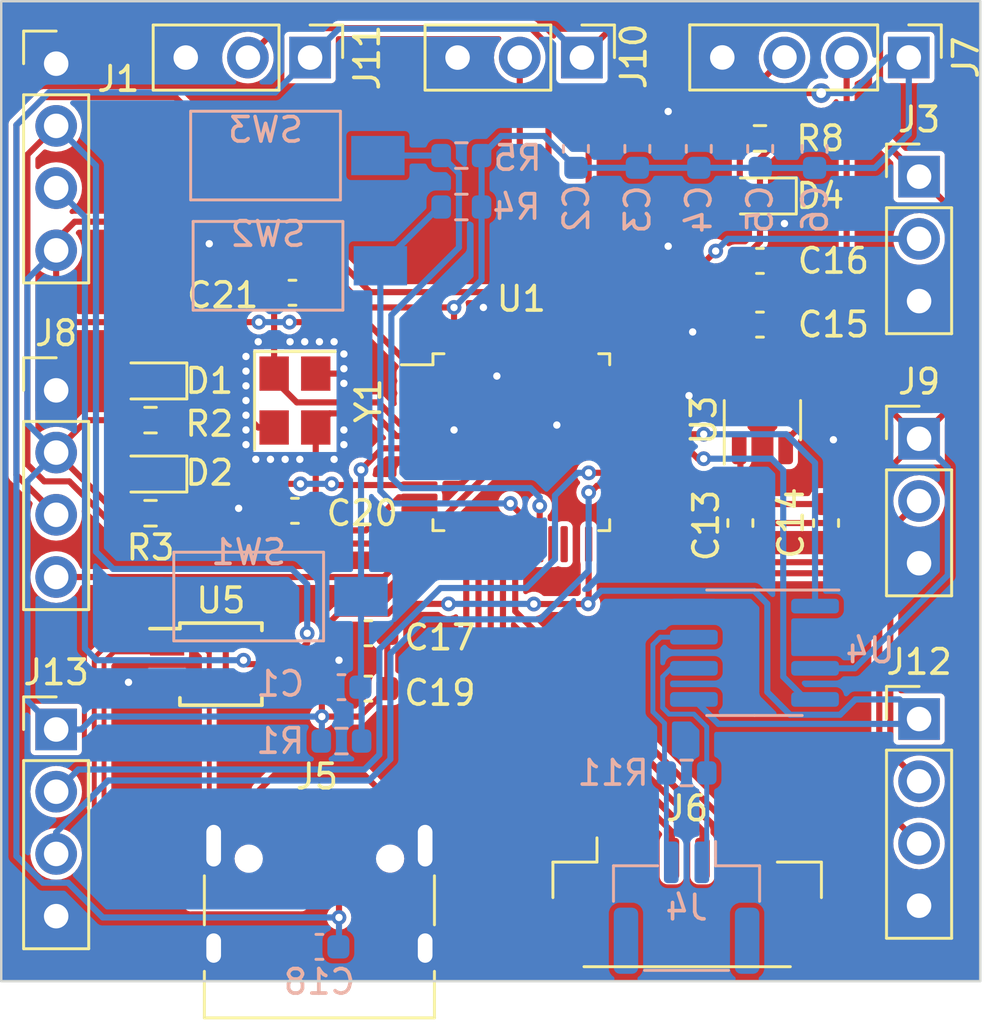
<source format=kicad_pcb>
(kicad_pcb (version 20221018) (generator pcbnew)
  (layers (0 "F.Cu" signal) (31 "B.Cu" signal) (34 "B.Paste" user) (35 "F.Paste" user) (36 "B.SilkS" user "B.Silkscreen") (37 "F.SilkS" user "F.Silkscreen") (38 "B.Mask" user) (39 "F.Mask" user) (44 "Edge.Cuts" user))
  (net 0 "")
  (net 1 "GND")
  (net 2 "/MCU/RESET")
  (net 3 "/MCU/XTAL_I")
  (net 4 "/MCU/XTAL_O")
  (net 5 "Net-(D4-A)")
  (net 6 "/MCU/LED1")
  (net 7 "/MCU/LED2")
  (net 9 "+3V3")
  (net 10 "+5V")
  (net 14 "/MCU/DIO")
  (net 15 "/MCU/CLK")
  (net 30 "Net-(D1-A)")
  (net 31 "Net-(D2-A)")
  (net 32 "/Connector/TXD")
  (net 33 "/Connector/RXD")
  (net 34 "/Connector/TIM1_CH")
  (net 35 "/Connector/-")
  (net 36 "/Connector/+")
  (net 37 "/Connector/DP")
  (net 38 "/Connector/DN")
  (net 39 "/Connector/SPI_CS")
  (net 40 "/Connector/SPI_SCK")
  (net 41 "/Connector/SPI_MISO")
  (net 42 "/Connector/SPI_MOSI")
  (net 43 "/Connector/GPIO0")
  (net 44 "/Connector/I2C1_SCL")
  (net 45 "/Connector/I2C1_SDA")
  (net 46 "/Connector/TIM1_CH2")
  (net 47 "/Connector/TIM2_CH2")
  (net 48 "/Connector/TIM2_CH1")
  (net 49 "/Connector/PB13")
  (net 50 "/Connector/PB12")
  (net 51 "/Connector/PB15")
  (net 52 "/Connector/PB14")
  (net 53 "/MCU/KEY1")
  (net 54 "/MCU/KEY2")
  (net 55 "/Connector/CAN_RX")
  (net 56 "/Connector/CAN_TX")
  (footprint "Connector_PinHeader_2.54mm:PinHeader_1x03_P2.54mm_Vertical" (layer "F.Cu") (at 217.5 79.16)
    (fp_text reference "J3")
    (fp_text value "Conn_01x03" hide)
  )
  (footprint "Connector_PinHeader_2.54mm:PinHeader_1x04_P2.54mm_Vertical" (layer "F.Cu") (at 217.08 74.295 -90)
    (fp_text reference "J7")
    (fp_text value "Conn_01x04" hide)
  )
  (footprint "Capacitor_SMD:C_0603_1608Metric" (layer "F.Cu") (at 195 100.06 180)
    (fp_text reference "C19")
    (fp_text value "100n" hide)
  )
  (footprint "ResistorSMD:R_0603_1608Metric" (layer "F.Cu") (at 211 77.6)
    (fp_text reference "R8")
    (fp_text value "10k" hide)
  )
  (footprint "LED_SMD:LED_0603_1608Metric" (layer "F.Cu") (at 186.1 91.3 180)
    (fp_text reference "D2")
    (fp_text value "LED" hide)
  )
  (footprint "Capacitor_SMD:C_0603_1608Metric" (layer "F.Cu") (at 211 85.2 180)
    (fp_text reference "C15")
    (fp_text value "100n" hide)
  )
  (footprint "LED_SMD:LED_0603_1608Metric" (layer "F.Cu") (at 186.1 87.5 180)
    (fp_text reference "D1")
    (fp_text value "LED" hide)
  )
  (footprint "Capacitor_SMD:C_0603_1608Metric" (layer "F.Cu") (at 213.7 93.3 90)
    (fp_text reference "C14")
    (fp_text value "100n" hide)
  )
  (footprint "Capacitor_SMD:C_0603_1608Metric" (layer "F.Cu") (at 210.2 93.3 90)
    (fp_text reference "C13")
    (fp_text value "2.2u" hide)
  )
  (footprint "Connector_USB:USB_C_Receptacle_HRO_TYPE-C-31-M-12" (layer "F.Cu") (at 193 109.6)
    (fp_text reference "J5")
    (fp_text value "USB_C_Receptacle_USB2.0" hide)
  )
  (footprint "Connector_PinHeader_2.54mm:PinHeader_1x04_P2.54mm_Vertical" (layer "F.Cu") (at 217.5 101.3)
    (fp_text reference "J12")
    (fp_text value "Conn_01x04" hide)
  )
  (footprint "Connector_PinHeader_2.54mm:PinHeader_1x04_P2.54mm_Vertical" (layer "F.Cu") (at 182.245 74.549)
    (fp_text reference "J1")
    (fp_text value "Conn_01x04" hide)
  )
  (footprint "Connector_PinHeader_2.54mm:PinHeader_1x03_P2.54mm_Vertical" (layer "F.Cu") (at 192.619 74.3 -90)
    (fp_text reference "J11")
    (fp_text value "Conn_01x03" hide)
  )
  (footprint "ResistorSMD:R_0603_1608Metric" (layer "F.Cu") (at 186.1 89.1)
    (fp_text reference "R2")
    (fp_text value "1K" hide)
  )
  (footprint "Capacitor_SMD:C_0603_1608Metric" (layer "F.Cu") (at 191.9 83.9)
    (fp_text reference "C21")
    (fp_text value "12p" hide)
  )
  (footprint "Connector_PinHeader_2.54mm:PinHeader_1x04_P2.54mm_Vertical" (layer "F.Cu") (at 182.245 87.884)
    (fp_text reference "J8")
    (fp_text value "Conn_01x04" hide)
  )
  (footprint "Connector_JST:JST_GH_SM06B-GHS-TB_1x06-1MP_P1.25mm_Horizontal" (layer "F.Cu") (at 208.025 108.85)
    (fp_text reference "J6")
    (fp_text value "Conn_01x06" hide)
  )
  (footprint "Connector_PinHeader_2.54mm:PinHeader_1x03_P2.54mm_Vertical" (layer "F.Cu") (at 203.725 74.3 -90)
    (fp_text reference "J10")
    (fp_text value "Conn_01x03" hide)
  )
  (footprint "Connector_PinHeader_2.54mm:PinHeader_1x03_P2.54mm_Vertical" (layer "F.Cu") (at 217.5 89.86)
    (fp_text reference "J9")
    (fp_text value "Conn_01x03" hide)
  )
  (footprint "Connector_PinHeader_2.54mm:PinHeader_1x04_P2.54mm_Vertical" (layer "F.Cu") (at 182.245 101.727)
    (fp_text reference "J13")
    (fp_text value "Conn_01x04" hide)
  )
  (footprint "PackageSOT:SOT-23-5" (layer "F.Cu") (at 211.1 89.1 90)
    (fp_text reference "U3")
    (fp_text value "HX9193-33GB" hide)
  )
  (footprint "Capacitor_SMD:C_0603_1608Metric" (layer "F.Cu") (at 195 97.8)
    (fp_text reference "C17")
    (fp_text value "100n" hide)
  )
  (footprint "Crystal:Crystal_SMD_3225-4Pin_3.2x2.5mm" (layer "F.Cu") (at 192 88.3 -90)
    (fp_text reference "Y1")
    (fp_text value "12M" hide)
  )
  (footprint "Capacitor_SMD:C_0603_1608Metric" (layer "F.Cu") (at 211 82.6 180)
    (fp_text reference "C16")
    (fp_text value "2.2u" hide)
  )
  (footprint "LED_SMD:LED_0603_1608Metric" (layer "F.Cu") (at 211 79.95 180)
    (fp_text reference "D4")
    (fp_text value "RED" hide)
  )
  (footprint "PackageQFP:LQFP-48_7x7mm_P0.5mm" (layer "F.Cu") (at 201.25 90)
    (fp_text reference "U1")
    (fp_text value "STM32F103C8Tx" hide)
  )
  (footprint "Capacitor_SMD:C_0603_1608Metric" (layer "F.Cu") (at 192 92.8)
    (fp_text reference "C20")
    (fp_text value "12p" hide)
  )
  (footprint "ResistorSMD:R_0603_1608Metric" (layer "F.Cu") (at 186.1 92.9)
    (fp_text reference "R3")
    (fp_text value "1K" hide)
  )
  (footprint "Package_SO:MSOP-10_3x3mm_P0.5mm" (layer "F.Cu") (at 188.976 99.06)
    (fp_text reference "U5")
    (fp_text value "CH340E" hide)
  )
  (footprint "Button_Switch_SMD:SW_SPST_FSMSM" (layer "B.Cu") (at 190.11 96.3 180)
    (fp_text reference "SW1")
    (fp_text value " SW" hide)
  )
  (footprint "ResistorSMD:R_0603_1608Metric" (layer "B.Cu") (at 198.8 80.4)
    (fp_text reference "R4")
    (fp_text value "10k" hide)
  )
  (footprint "Button_Switch_SMD:SW_SPST_FSMSM" (layer "B.Cu") (at 190.9 82.8 180)
    (fp_text reference "SW2")
    (fp_text value " SW" hide)
  )
  (footprint "Package_SO:SOIC-8_3.9x4.9mm_P1.27mm" (layer "B.Cu") (at 210.775 98.595 180)
    (fp_text reference "U4")
    (fp_text value "TJA1051T-3" hide)
  )
  (footprint "Capacitor_SMD:C_0603_1608Metric" (layer "B.Cu") (at 211.01 78.025 -90)
    (fp_text reference "C5")
    (fp_text value "100n" hide)
  )
  (footprint "Capacitor_SMD:C_0603_1608Metric" (layer "B.Cu") (at 193.9 100)
    (fp_text reference "C1")
    (fp_text value "100n" hide)
  )
  (footprint "Connector_JST:JST_GH_SM02B-GHS-TB_1x02-1MP_P1.25mm_Horizontal" (layer "B.Cu") (at 208 109 180)
    (fp_text reference "J4")
    (fp_text value "Conn_01x02" hide)
  )
  (footprint "Capacitor_SMD:C_0603_1608Metric" (layer "B.Cu") (at 205.99 78.025 -90)
    (fp_text reference "C3")
    (fp_text value "100n" hide)
  )
  (footprint "Capacitor_SMD:C_0603_1608Metric" (layer "B.Cu") (at 208.5 78.025 -90)
    (fp_text reference "C4")
    (fp_text value "100n" hide)
  )
  (footprint "Capacitor_SMD:C_0603_1608Metric" (layer "B.Cu") (at 193 110.6)
    (fp_text reference "C18")
    (fp_text value "100n" hide)
  )
  (footprint "ResistorSMD:R_0603_1608Metric" (layer "B.Cu") (at 193.9 102.2 180)
    (fp_text reference "R1")
    (fp_text value "10k" hide)
  )
  (footprint "Capacitor_SMD:C_0603_1608Metric" (layer "B.Cu") (at 203.48 78.025 -90)
    (fp_text reference "C2")
    (fp_text value "100n" hide)
  )
  (footprint "ResistorSMD:R_0603_1608Metric" (layer "B.Cu") (at 208 103.5 180)
    (fp_text reference "R11")
    (fp_text value "120" hide)
  )
  (footprint "ResistorSMD:R_0603_1608Metric" (layer "B.Cu") (at 198.8 78.3)
    (fp_text reference "R5")
    (fp_text value "10k" hide)
  )
  (footprint "Capacitor_SMD:C_0603_1608Metric" (layer "B.Cu") (at 213.23 78.03 -90)
    (fp_text reference "C6")
    (fp_text value "100n" hide)
  )
  (footprint "Button_Switch_SMD:SW_SPST_FSMSM" (layer "B.Cu") (at 190.8 78.3 180)
    (fp_text reference "SW3")
    (fp_text value " SW" hide)
  )
  (gr_rect locked (start 180 72) (end 220 112) (stroke (width 0.1)) (fill none) (layer "Edge.Cuts"))
  (segment (start 190.5 89.4) (end 190 88.9) (width 0.25) (layer "F.Cu") (net 1))
  (segment (start 191.15 89.4) (end 190.5 89.4) (width 0.25) (layer "F.Cu") (net 1))
  (segment (start 192.85 87.2) (end 193.8 87.2) (width 0.25) (layer "F.Cu") (net 1))
  (segment (start 193.8 87.2) (end 194 87) (width 0.25) (layer "F.Cu") (net 1))
  (via (at 193.6 90.7) (size 0.6) (drill 0.3) (layers "F.Cu" "B.Cu") (net 1))
  (via (at 208.25 85.5) (size 0.6) (drill 0.3) (layers "F.Cu" "B.Cu") (net 1))
  (via (at 190 88.3) (size 0.6) (drill 0.3) (layers "F.Cu" "B.Cu") (net 1))
  (via (at 194 87) (size 0.6) (drill 0.3) (layers "F.Cu" "B.Cu") (net 1))
  (via (at 199.7 84.5) (size 0.6) (drill 0.3) (layers "F.Cu" "B.Cu") (net 1))
  (via (at 202.7 89.3) (size 0.6) (drill 0.3) (layers "F.Cu" "B.Cu") (net 1))
  (via (at 190 87.7) (size 0.6) (drill 0.3) (layers "F.Cu" "B.Cu") (net 1))
  (via (at 207.25 76.5) (size 0.6) (drill 0.3) (layers "F.Cu" "B.Cu") (net 1))
  (via (at 192.4 85.9) (size 0.6) (drill 0.3) (layers "F.Cu" "B.Cu") (net 1))
  (via (at 190 89.5) (size 0.6) (drill 0.3) (layers "F.Cu" "B.Cu") (net 1))
  (via (at 190 88.9) (size 0.6) (drill 0.3) (layers "F.Cu" "B.Cu") (net 1))
  (via (at 193.6 85.9) (size 0.6) (drill 0.3) (layers "F.Cu" "B.Cu") (net 1))
  (via (at 190.4 90.7) (size 0.6) (drill 0.3) (layers "F.Cu" "B.Cu") (net 1))
  (via (at 192.2 90.7) (size 0.6) (drill 0.3) (layers "F.Cu" "B.Cu") (net 1))
  (via (at 189.7 92.7) (size 0.6) (drill 0.3) (layers "F.Cu" "B.Cu") (net 1))
  (via (at 214 89.9) (size 0.6) (drill 0.3) (layers "F.Cu" "B.Cu") (net 1))
  (via (at 193 85.9) (size 0.6) (drill 0.3) (layers "F.Cu" "B.Cu") (net 1))
  (via (at 190 87.1) (size 0.6) (drill 0.3) (layers "F.Cu" "B.Cu") (net 1))
  (via (at 190.5 85.9) (size 0.6) (drill 0.3) (layers "F.Cu" "B.Cu") (net 1))
  (via (at 212 81.0755) (size 0.6) (drill 0.3) (layers "F.Cu" "B.Cu") (net 1))
  (via (at 198.5 89.5) (size 0.6) (drill 0.3) (layers "F.Cu" "B.Cu") (net 1))
  (via (at 194 90.1) (size 0.6) (drill 0.3) (layers "F.Cu" "B.Cu") (net 1))
  (via (at 191 90.7) (size 0.6) (drill 0.3) (layers "F.Cu" "B.Cu") (net 1))
  (via (at 191.8 85.9) (size 0.6) (drill 0.3) (layers "F.Cu" "B.Cu") (net 1))
  (via (at 193.8 98.9) (size 0.6) (drill 0.3) (layers "F.Cu" "B.Cu") (net 1))
  (via (at 208.1 88.1) (size 0.6) (drill 0.3) (layers "F.Cu" "B.Cu") (net 1))
  (via (at 185.2 99.8) (size 0.6) (drill 0.3) (layers "F.Cu" "B.Cu") (net 1))
  (via (at 191.6 90.7) (size 0.6) (drill 0.3) (layers "F.Cu" "B.Cu") (net 1))
  (via (at 200.25 87.3) (size 0.6) (drill 0.3) (layers "F.Cu" "B.Cu") (net 1))
  (via (at 194 89.5) (size 0.6) (drill 0.3) (layers "F.Cu" "B.Cu") (net 1))
  (via (at 190 86.5) (size 0.6) (drill 0.3) (layers "F.Cu" "B.Cu") (net 1))
  (via (at 207.25 82) (size 0.6) (drill 0.3) (layers "F.Cu" "B.Cu") (net 1))
  (via (at 194 86.4) (size 0.6) (drill 0.3) (layers "F.Cu" "B.Cu") (net 1))
  (via (at 194 87.6) (size 0.6) (drill 0.3) (layers "F.Cu" "B.Cu") (net 1))
  (via (at 190 90.1) (size 0.6) (drill 0.3) (layers "F.Cu" "B.Cu") (net 1))
  (via (at 188.5 81.9) (size 0.6) (drill 0.3) (layers "F.Cu" "B.Cu") (net 1))
  (segment (start 194.7 91.1255) (end 195.5755 90.25) (width 0.25) (layer "F.Cu") (net 2))
  (segment (start 195.5755 90.25) (end 197.0875 90.25) (width 0.25) (layer "F.Cu") (net 2))
  (via (at 194.7 91.1255) (size 0.6) (drill 0.3) (layers "F.Cu" "B.Cu") (net 2))
  (segment (start 194.725 102.2) (end 194.725 100.05) (width 0.25) (layer "B.Cu") (net 2))
  (segment (start 194.7 99.975) (end 194.675 100) (width 0.25) (layer "B.Cu") (net 2))
  (segment (start 194.7 91.1255) (end 194.7 96.3) (width 0.25) (layer "B.Cu") (net 2))
  (segment (start 194.725 100.05) (end 194.675 100) (width 0.25) (layer "B.Cu") (net 2))
  (segment (start 194.7 96.3) (end 194.7 99.975) (width 0.25) (layer "B.Cu") (net 2))
  (segment (start 192.075 88.375) (end 195.409315 88.375) (width 0.25) (layer "F.Cu") (net 3))
  (segment (start 191.15 87.2) (end 191.15 87.45) (width 0.25) (layer "F.Cu") (net 3))
  (segment (start 195.409315 88.375) (end 196.284315 89.25) (width 0.25) (layer "F.Cu") (net 3))
  (segment (start 191.15 87.2) (end 191.15 83.925) (width 0.25) (layer "F.Cu") (net 3))
  (segment (start 191.15 83.925) (end 191.125 83.9) (width 0.25) (layer "F.Cu") (net 3))
  (segment (start 191.15 87.45) (end 192.075 88.375) (width 0.25) (layer "F.Cu") (net 3))
  (segment (start 196.284315 89.25) (end 197.0875 89.25) (width 0.25) (layer "F.Cu") (net 3))
  (segment (start 193.425 88.825) (end 195.222919 88.825) (width 0.25) (layer "F.Cu") (net 4))
  (segment (start 192.85 89.4) (end 192.85 92.525) (width 0.25) (layer "F.Cu") (net 4))
  (segment (start 196.147919 89.75) (end 197.0875 89.75) (width 0.25) (layer "F.Cu") (net 4))
  (segment (start 192.85 89.4) (end 193.425 88.825) (width 0.25) (layer "F.Cu") (net 4))
  (segment (start 195.222919 88.825) (end 196.147919 89.75) (width 0.25) (layer "F.Cu") (net 4))
  (segment (start 192.85 92.525) (end 192.775 92.6) (width 0.25) (layer "F.Cu") (net 4))
  (segment (start 210.175 77.6) (end 210.175 79.9125) (width 0.25) (layer "F.Cu") (net 5))
  (segment (start 210.175 79.9125) (end 210.2125 79.95) (width 0.25) (layer "F.Cu") (net 5))
  (segment (start 192.2255 91.7) (end 188 91.7) (width 0.25) (layer "F.Cu") (net 6))
  (segment (start 187.4 87.5) (end 186.8875 87.5) (width 0.25) (layer "F.Cu") (net 6))
  (segment (start 187.7 87.8) (end 187.4 87.5) (width 0.25) (layer "F.Cu") (net 6))
  (segment (start 187.7 91.4) (end 187.7 87.8) (width 0.25) (layer "F.Cu") (net 6))
  (segment (start 188 91.7) (end 187.7 91.4) (width 0.25) (layer "F.Cu") (net 6))
  (segment (start 193.55 91.75) (end 197.0875 91.75) (width 0.25) (layer "F.Cu") (net 6))
  (segment (start 193.5 91.7) (end 193.55 91.75) (width 0.25) (layer "F.Cu") (net 6))
  (via (at 192.2255 91.7) (size 0.6) (drill 0.3) (layers "F.Cu" "B.Cu") (net 6))
  (via (at 193.5 91.7) (size 0.6) (drill 0.3) (layers "F.Cu" "B.Cu") (net 6))
  (segment (start 192.2255 91.7) (end 193.5 91.7) (width 0.25) (layer "B.Cu") (net 6))
  (segment (start 189.1875 93.6) (end 194.9 93.6) (width 0.25) (layer "F.Cu") (net 7))
  (segment (start 196.25 92.25) (end 197.0875 92.25) (width 0.25) (layer "F.Cu") (net 7))
  (segment (start 194.9 93.6) (end 196.25 92.25) (width 0.25) (layer "F.Cu") (net 7))
  (segment (start 186.8875 91.3) (end 189.1875 93.6) (width 0.25) (layer "F.Cu") (net 7))
  (segment (start 185.275 89.1) (end 183.5 89.1) (width 0.25) (layer "F.Cu") (net 9))
  (segment (start 198.5 85.8375) (end 198.5 84.5) (width 0.25) (layer "F.Cu") (net 9))
  (segment (start 183 81) (end 191.4 81) (width 0.25) (layer "F.Cu") (net 9))
  (segment (start 199.25 88) (end 198.5 87.25) (width 0.25) (layer "F.Cu") (net 9))
  (segment (start 190.5255 85.1) (end 183 85.1) (width 0.25) (layer "F.Cu") (net 9))
  (segment (start 210.15 87.9625) (end 210.15 85.275) (width 0.25) (layer "F.Cu") (net 9))
  (segment (start 198.2755 96.6) (end 196.975 96.6) (width 0.25) (layer "F.Cu") (net 9))
  (segment (start 204 96.576751) (end 204 94.1625) (width 0.25) (layer "F.Cu") (net 9))
  (segment (start 203.970706 96.606045) (end 201.759376 96.606045) (width 0.25) (layer "F.Cu") (net 9))
  (segment (start 196.975 96.6) (end 195.775 97.8) (width 0.25) (layer "F.Cu") (net 9))
  (segment (start 198.65 91.25) (end 199.25 90.65) (width 0.25) (layer "F.Cu") (net 9))
  (segment (start 194.635 101.2) (end 195.775 100.06) (width 0.25) (layer "F.Cu") (net 9))
  (segment (start 211 81.825) (end 210.225 82.6) (width 0.25) (layer "F.Cu") (net 9))
  (segment (start 192.176 99.56) (end 191.176 99.56) (width 0.25) (layer "F.Cu") (net 9))
  (segment (start 191.4 81) (end 194.9 84.5) (width 0.25) (layer "F.Cu") (net 9))
  (segment (start 193.1 101.2) (end 193.1 100.484) (width 0.25) (layer "F.Cu") (net 9))
  (segment (start 184.721 92.9) (end 182.245 90.424) (width 0.25) (layer "F.Cu") (net 9))
  (segment (start 182.245 90.355) (end 182.245 90.424) (width 0.25) (layer "F.Cu") (net 9))
  (segment (start 189.468058 99.56) (end 189.175 99.266942) (width 0.25) (layer "F.Cu") (net 9))
  (segment (start 211.825 77.6) (end 211 78.425) (width 0.25) (layer "F.Cu") (net 9))
  (segment (start 203.976751 96.6) (end 203.970706 96.606045) (width 0.25) (layer "F.Cu") (net 9))
  (segment (start 213.5 75.75) (end 212.5 75.75) (width 0.25) (layer "F.Cu") (net 9))
  (segment (start 212.5 75.75) (end 211.825 76.425) (width 0.25) (layer "F.Cu") (net 9))
  (segment (start 189.175 99.266942) (end 189.175 98.325) (width 0.25) (layer "F.Cu") (net 9))
  (segment (start 203.976751 96.6) (end 204 96.576751) (width 0.25) (layer "F.Cu") (net 9))
  (segment (start 183 85.1) (end 182.245 84.345) (width 0.25) (layer "F.Cu") (net 9))
  (segment (start 182.245 82.169) (end 182.245 81.755) (width 0.25) (layer "F.Cu") (net 9))
  (segment (start 185.275 92.9) (end 184.721 92.9) (width 0.25) (layer "F.Cu") (net 9))
  (segment (start 211 78.425) (end 211 81.825) (width 0.25) (layer "F.Cu") (net 9))
  (segment (start 210.15 85.275) (end 210.225 85.2) (width 0.25) (layer "F.Cu") (net 9))
  (segment (start 189.175 98.325) (end 189.44 98.06) (width 0.25) (layer "F.Cu") (net 9))
  (segment (start 197.0875 91.25) (end 198.65 91.25) (width 0.25) (layer "F.Cu") (net 9))
  (segment (start 198.5 87.25) (end 197.0875 87.25) (width 0.25) (layer "F.Cu") (net 9))
  (segment (start 211.825 76.425) (end 211.825 77.6) (width 0.25) (layer "F.Cu") (net 9))
  (segment (start 193.1 101.2) (end 194.635 101.2) (width 0.25) (layer "F.Cu") (net 9))
  (segment (start 197.0875 87.25) (end 194.9375 85.1) (width 0.25) (layer "F.Cu") (net 9))
  (segment (start 194.9 84.5) (end 198.5 84.5) (width 0.25) (layer "F.Cu") (net 9))
  (segment (start 195.775 97.8) (end 195.775 100.06) (width 0.25) (layer "F.Cu") (net 9))
  (segment (start 199.25 90.65) (end 199.25 88) (width 0.25) (layer "F.Cu") (net 9))
  (segment (start 205.4125 87.25) (end 208.25 87.25) (width 0.25) (layer "F.Cu") (net 9))
  (segment (start 183.5 89.1) (end 182.245 90.355) (width 0.25) (layer "F.Cu") (net 9))
  (segment (start 191.176 99.56) (end 189.468058 99.56) (width 0.25) (layer "F.Cu") (net 9))
  (segment (start 193.1 100.484) (end 192.176 99.56) (width 0.25) (layer "F.Cu") (net 9))
  (segment (start 209.8125 88.3) (end 210.15 87.9625) (width 0.25) (layer "F.Cu") (net 9))
  (segment (start 182.245 81.755) (end 183 81) (width 0.25) (layer "F.Cu") (net 9))
  (segment (start 189.44 98.06) (end 191.176 98.06) (width 0.25) (layer "F.Cu") (net 9))
  (segment (start 208.25 87.25) (end 209.3 88.3) (width 0.25) (layer "F.Cu") (net 9))
  (segment (start 210.225 82.6) (end 210.225 85.2) (width 0.25) (layer "F.Cu") (net 9))
  (segment (start 209.3 88.3) (end 209.8125 88.3) (width 0.25) (layer "F.Cu") (net 9))
  (segment (start 194.9375 85.1) (end 191.7745 85.1) (width 0.25) (layer "F.Cu") (net 9))
  (segment (start 182.245 84.345) (end 182.245 82.169) (width 0.25) (layer "F.Cu") (net 9))
  (via (at 213.5 75.75) (size 0.8) (drill 0.4) (layers "F.Cu" "B.Cu") (net 9))
  (via (at 201.759376 96.606045) (size 0.6) (drill 0.3) (layers "F.Cu" "B.Cu") (net 9))
  (via (at 191.7745 85.1) (size 0.6) (drill 0.3) (layers "F.Cu" "B.Cu") (net 9))
  (via (at 193.1 101.2) (size 0.6) (drill 0.3) (layers "F.Cu" "B.Cu") (net 9))
  (via (at 190.5255 85.1) (size 0.6) (drill 0.3) (layers "F.Cu" "B.Cu") (net 9))
  (via (at 198.5 84.5) (size 0.6) (drill 0.3) (layers "F.Cu" "B.Cu") (net 9))
  (via (at 198.2755 96.6) (size 0.6) (drill 0.3) (layers "F.Cu" "B.Cu") (net 9))
  (via (at 203.976751 96.6) (size 0.6) (drill 0.3) (layers "F.Cu" "B.Cu") (net 9))
  (segment (start 193.1 101.2) (end 193.1 102.175) (width 0.25) (layer "B.Cu") (net 9))
  (segment (start 193.1 101.2) (end 183.8 101.2) (width 0.25) (layer "B.Cu") (net 9))
  (segment (start 213.23 78.805) (end 215.695 78.805) (width 0.25) (layer "B.Cu") (net 9))
  (segment (start 209.3 101.5) (end 217.3 101.5) (width 0.25) (layer "B.Cu") (net 9))
  (segment (start 214.271751 101.125) (end 214.896751 100.5) (width 0.25) (layer "B.Cu") (net 9))
  (segment (start 203.48 78.8) (end 205.99 78.8) (width 0.25) (layer "B.Cu") (net 9))
  (segment (start 202.18 77.5) (end 200.425 77.5) (width 0.25) (layer "B.Cu") (net 9))
  (segment (start 213.23 78.805) (end 211.015 78.805) (width 0.25) (layer "B.Cu") (net 9))
  (segment (start 213.5 75.75) (end 214.746701 75.75) (width 0.25) (layer "B.Cu") (net 9))
  (segment (start 215.695 78.805) (end 217.08 77.42) (width 0.25) (layer "B.Cu") (net 9))
  (segment (start 216.7 100.5) (end 217.5 101.3) (width 0.25) (layer "B.Cu") (net 9))
  (segment (start 181.07 83.344) (end 181.07 89.249) (width 0.25) (layer "B.Cu") (net 9))
  (segment (start 214.896751 100.5) (end 216.7 100.5) (width 0.25) (layer "B.Cu") (net 9))
  (segment (start 211.015 78.805) (end 211.01 78.8) (width 0.25) (layer "B.Cu") (net 9))
  (segment (start 208.5 78.8) (end 211.01 78.8) (width 0.25) (layer "B.Cu") (net 9))
  (segment (start 217.3 101.5) (end 217.5 101.3) (width 0.25) (layer "B.Cu") (net 9))
  (segment (start 200.425 77.5) (end 199.625 78.3) (width 0.25) (layer "B.Cu") (net 9))
  (segment (start 203.976751 96.6) (end 204.511751 96.065) (width 0.25) (layer "B.Cu") (net 9))
  (segment (start 181.07 89.249) (end 182.245 90.424) (width 0.25) (layer "B.Cu") (net 9))
  (segment (start 201.759376 96.606045) (end 201.753331 96.6) (width 0.25) (layer "B.Cu") (net 9))
  (segment (start 211.3 96.6) (end 211.3 100.196751) (width 0.25) (layer "B.Cu") (net 9))
  (segment (start 217.08 77.42) (end 217.08 74.295) (width 0.25) (layer "B.Cu") (net 9))
  (segment (start 193.1 102.175) (end 193.075 102.2) (width 0.25) (layer "B.Cu") (net 9))
  (segment (start 201.753331 96.6) (end 198.2755 96.6) (width 0.25) (layer "B.Cu") (net 9))
  (segment (start 216.201701 74.295) (end 217.08 74.295) (width 0.25) (layer "B.Cu") (net 9))
  (segment (start 198.5 84.5) (end 199.625 83.375) (width 0.25) (layer "B.Cu") (net 9))
  (segment (start 203.48 78.8) (end 202.18 77.5) (width 0.25) (layer "B.Cu") (net 9))
  (segment (start 181.07 100.552) (end 181.07 91.599) (width 0.25) (layer "B.Cu") (net 9))
  (segment (start 211.3 100.196751) (end 212.228249 101.125) (width 0.25) (layer "B.Cu") (net 9))
  (segment (start 210.765 96.065) (end 211.3 96.6) (width 0.25) (layer "B.Cu") (net 9))
  (segment (start 191.7745 85.1) (end 190.5255 85.1) (width 0.25) (layer "B.Cu") (net 9))
  (segment (start 182.245 101.727) (end 181.07 100.552) (width 0.25) (layer "B.Cu") (net 9))
  (segment (start 205.99 78.8) (end 208.5 78.8) (width 0.25) (layer "B.Cu") (net 9))
  (segment (start 214.746701 75.75) (end 216.201701 74.295) (width 0.25) (layer "B.Cu") (net 9))
  (segment (start 182.245 82.169) (end 181.07 83.344) (width 0.25) (layer "B.Cu") (net 9))
  (segment (start 199.625 78.3) (end 199.625 80.4) (width 0.25) (layer "B.Cu") (net 9))
  (segment (start 199.625 83.375) (end 199.625 80.4) (width 0.25) (layer "B.Cu") (net 9))
  (segment (start 182.245 101.727) (end 183.273 101.727) (width 0.25) (layer "B.Cu") (net 9))
  (segment (start 204.511751 96.065) (end 210.765 96.065) (width 0.25) (layer "B.Cu") (net 9))
  (segment (start 212.228249 101.125) (end 214.271751 101.125) (width 0.25) (layer "B.Cu") (net 9))
  (segment (start 183.273 101.727) (end 183.8 101.2) (width 0.25) (layer "B.Cu") (net 9))
  (segment (start 208.3 100.5) (end 209.3 101.5) (width 0.25) (layer "B.Cu") (net 9))
  (segment (start 181.07 91.599) (end 182.245 90.424) (width 0.25) (layer "B.Cu") (net 9))
  (segment (start 204.905 73.12) (end 215.026701 73.12) (width 0.25) (layer "F.Cu") (net 10))
  (segment (start 210.2 92.525) (end 210.2 90.2875) (width 0.25) (layer "F.Cu") (net 10))
  (segment (start 195.45 104.2) (end 195.45 105.555) (width 0.25) (layer "F.Cu") (net 10))
  (segment (start 212.05 90.2375) (end 212.05 89.95) (width 0.25) (layer "F.Cu") (net 10))
  (segment (start 214.835 92.525) (end 217.5 89.86) (width 0.25) (layer "F.Cu") (net 10))
  (segment (start 213.3 88.7) (end 216.34 88.7) (width 0.25) (layer "F.Cu") (net 10))
  (segment (start 218.675 88.685) (end 217.5 89.86) (width 0.25) (layer "F.Cu") (net 10))
  (segment (start 190.55 105.555) (end 190.55 104.2) (width 0.25) (layer "F.Cu") (net 10))
  (segment (start 213.7 92.525) (end 214.835 92.525) (width 0.25) (layer "F.Cu") (net 10))
  (segment (start 212.05 89.95) (end 213.3 88.7) (width 0.25) (layer "F.Cu") (net 10))
  (segment (start 215.026701 73.12) (end 215.905 73.998299) (width 0.25) (layer "F.Cu") (net 10))
  (segment (start 218.675 80.335) (end 218.675 88.685) (width 0.25) (layer "F.Cu") (net 10))
  (segment (start 193.8 108.100051) (end 195.45 106.450051) (width 0.25) (layer "F.Cu") (net 10))
  (segment (start 215.905 77.565) (end 217.5 79.16) (width 0.25) (layer "F.Cu") (net 10))
  (segment (start 194.85 103.6) (end 195.45 104.2) (width 0.25) (layer "F.Cu") (net 10))
  (segment (start 215.905 73.998299) (end 215.905 77.565) (width 0.25) (layer "F.Cu") (net 10))
  (segment (start 216.34 88.7) (end 217.5 89.86) (width 0.25) (layer "F.Cu") (net 10))
  (segment (start 210.2 92.525) (end 213.7 92.525) (width 0.25) (layer "F.Cu") (net 10))
  (segment (start 193.8 109.4) (end 193.8 108.100051) (width 0.25) (layer "F.Cu") (net 10))
  (segment (start 203.725 74.3) (end 204.905 73.12) (width 0.25) (layer "F.Cu") (net 10))
  (segment (start 190.55 104.2) (end 191.15 103.6) (width 0.25) (layer "F.Cu") (net 10))
  (segment (start 217.5 79.16) (end 218.675 80.335) (width 0.25) (layer "F.Cu") (net 10))
  (segment (start 191.15 103.6) (end 194.85 103.6) (width 0.25) (layer "F.Cu") (net 10))
  (segment (start 195.45 106.450051) (end 195.45 105.555) (width 0.25) (layer "F.Cu") (net 10))
  (via (at 193.8 109.4) (size 0.6) (drill 0.3) (layers "F.Cu" "B.Cu") (net 10))
  (segment (start 218.675 91.035) (end 217.5 89.86) (width 0.25) (layer "B.Cu") (net 10))
  (segment (start 202.55 73.125) (end 203.725 74.3) (width 0.25) (layer "B.Cu") (net 10))
  (segment (start 181.948299 75.724) (end 180.62 77.052299) (width 0.25) (layer "B.Cu") (net 10))
  (segment (start 214.871701 99.23) (end 218.675 95.426701) (width 0.25) (layer "B.Cu") (net 10))
  (segment (start 180.62 77.052299) (end 180.62 106.895) (width 0.25) (layer "B.Cu") (net 10))
  (segment (start 191.195 75.724) (end 181.948299 75.724) (width 0.25) (layer "B.Cu") (net 10))
  (segment (start 218.675 95.426701) (end 218.675 91.035) (width 0.25) (layer "B.Cu") (net 10))
  (segment (start 181.707 107.982) (end 182.732 107.982) (width 0.25) (layer "B.Cu") (net 10))
  (segment (start 182.732 107.982) (end 184.15 109.4) (width 0.25) (layer "B.Cu") (net 10))
  (segment (start 180.62 106.895) (end 181.707 107.982) (width 0.25) (layer "B.Cu") (net 10))
  (segment (start 193.8 109.4) (end 193.8 110.575) (width 0.25) (layer "B.Cu") (net 10))
  (segment (start 192.619 74.3) (end 193.794 73.125) (width 0.25) (layer "B.Cu") (net 10))
  (segment (start 192.619 74.3) (end 191.195 75.724) (width 0.25) (layer "B.Cu") (net 10))
  (segment (start 213.25 99.23) (end 214.871701 99.23) (width 0.25) (layer "B.Cu") (net 10))
  (segment (start 184.15 109.4) (end 193.8 109.4) (width 0.25) (layer "B.Cu") (net 10))
  (segment (start 193.8 110.575) (end 193.775 110.6) (width 0.25) (layer "B.Cu") (net 10))
  (segment (start 193.794 73.125) (end 202.55 73.125) (width 0.25) (layer "B.Cu") (net 10))
  (segment (start 208.013604 88.95) (end 212.396751 88.95) (width 0.25) (layer "F.Cu") (net 14))
  (segment (start 207.313604 88.25) (end 208.013604 88.95) (width 0.25) (layer "F.Cu") (net 14))
  (segment (start 212.396751 88.95) (end 214.54 86.806751) (width 0.25) (layer "F.Cu") (net 14))
  (segment (start 214.54 86.806751) (end 214.54 74.295) (width 0.25) (layer "F.Cu") (net 14))
  (segment (start 205.4125 88.25) (end 207.313604 88.25) (width 0.25) (layer "F.Cu") (net 14))
  (segment (start 204 76.1) (end 204 85.8375) (width 0.25) (layer "F.Cu") (net 15))
  (segment (start 204.6 75.5) (end 204 76.1) (width 0.25) (layer "F.Cu") (net 15))
  (segment (start 210.795 75.5) (end 204.6 75.5) (width 0.25) (layer "F.Cu") (net 15))
  (segment (start 212 74.295) (end 210.795 75.5) (width 0.25) (layer "F.Cu") (net 15))
  (segment (start 185.3125 87.5) (end 185.325 87.5) (width 0.25) (layer "F.Cu") (net 30))
  (segment (start 185.325 87.5) (end 186.925 89.1) (width 0.25) (layer "F.Cu") (net 30))
  (segment (start 185.3125 91.3) (end 185.325 91.3) (width 0.25) (layer "F.Cu") (net 31))
  (segment (start 185.325 91.3) (end 186.925 92.9) (width 0.25) (layer "F.Cu") (net 31))
  (segment (start 195.6985 94.139) (end 185.296538 94.139) (width 0.25) (layer "F.Cu") (net 32))
  (segment (start 182.783604 91.599) (end 181.758299 91.599) (width 0.25) (layer "F.Cu") (net 32))
  (segment (start 181.07 78.264) (end 182.245 77.089) (width 0.25) (layer "F.Cu") (net 32))
  (segment (start 184.534604 93.35) (end 182.783604 91.599) (width 0.25) (layer "F.Cu") (net 32))
  (segment (start 181.07 90.910701) (end 181.07 78.264) (width 0.25) (layer "F.Cu") (net 32))
  (segment (start 185.296538 94.139) (end 184.534604 93.377066) (width 0.25) (layer "F.Cu") (net 32))
  (segment (start 184.534604 93.377066) (end 184.534604 93.35) (width 0.25) (layer "F.Cu") (net 32))
  (segment (start 197.0875 92.75) (end 195.6985 94.139) (width 0.25) (layer "F.Cu") (net 32))
  (segment (start 181.758299 91.599) (end 181.07 90.910701) (width 0.25) (layer "F.Cu") (net 32))
  (segment (start 192.5 97.8) (end 192.5 98.2) (width 0.25) (layer "F.Cu") (net 32))
  (segment (start 192.14 98.56) (end 191.176 98.56) (width 0.25) (layer "F.Cu") (net 32))
  (segment (start 192.5 98.2) (end 192.14 98.56) (width 0.25) (layer "F.Cu") (net 32))
  (via (at 192.5 97.8) (size 0.6) (drill 0.3) (layers "F.Cu" "B.Cu") (net 32))
  (segment (start 183.87 78.714) (end 182.245 77.089) (width 0.25) (layer "B.Cu") (net 32))
  (segment (start 192.5 97.8) (end 192.5 95.8) (width 0.25) (layer "B.Cu") (net 32))
  (segment (start 184.575 95.175) (end 183.87 94.47) (width 0.25) (layer "B.Cu") (net 32))
  (segment (start 191.875 95.175) (end 184.575 95.175) (width 0.25) (layer "B.Cu") (net 32))
  (segment (start 192.5 95.8) (end 191.875 95.175) (width 0.25) (layer "B.Cu") (net 32))
  (segment (start 183.87 94.47) (end 183.87 78.714) (width 0.25) (layer "B.Cu") (net 32))
  (segment (start 189.9 98.9) (end 190.06 99.06) (width 0.25) (layer "F.Cu") (net 33))
  (segment (start 192.44 99.06) (end 193.45 98.05) (width 0.25) (layer "F.Cu") (net 33))
  (segment (start 193.45 98.05) (end 193.45 97.322183) (width 0.25) (layer "F.Cu") (net 33))
  (segment (start 193.45 97.322183) (end 193.772183 97) (width 0.25) (layer "F.Cu") (net 33))
  (segment (start 198.5 94.3) (end 198.5 94.1625) (width 0.25) (layer "F.Cu") (net 33))
  (segment (start 193.772183 97) (end 195.8 97) (width 0.25) (layer "F.Cu") (net 33))
  (segment (start 195.8 97) (end 198.5 94.3) (width 0.25) (layer "F.Cu") (net 33))
  (segment (start 191.176 99.06) (end 192.44 99.06) (width 0.25) (layer "F.Cu") (net 33))
  (segment (start 190.06 99.06) (end 191.176 99.06) (width 0.25) (layer "F.Cu") (net 33))
  (via (at 189.9 98.9) (size 0.6) (drill 0.3) (layers "F.Cu" "B.Cu") (net 33))
  (segment (start 183.42 98.42) (end 183.42 80.804) (width 0.25) (layer "B.Cu") (net 33))
  (segment (start 183.9 98.9) (end 183.42 98.42) (width 0.25) (layer "B.Cu") (net 33))
  (segment (start 189.9 98.9) (end 183.9 98.9) (width 0.25) (layer "B.Cu") (net 33))
  (segment (start 183.42 80.804) (end 182.245 79.629) (width 0.25) (layer "B.Cu") (net 33))
  (segment (start 209.189621 82.198054) (end 208.02836 83.359315) (width 0.25) (layer "F.Cu") (net 34))
  (segment (start 204.35 90.490685) (end 204.609315 90.75) (width 0.25) (layer "F.Cu") (net 34))
  (segment (start 208 83.359315) (end 204.35 87.009315) (width 0.25) (layer "F.Cu") (net 34))
  (segment (start 204.609315 90.75) (end 205.4125 90.75) (width 0.25) (layer "F.Cu") (net 34))
  (segment (start 204.35 87.009315) (end 204.35 90.490685) (width 0.25) (layer "F.Cu") (net 34))
  (segment (start 208.02836 83.359315) (end 208 83.359315) (width 0.25) (layer "F.Cu") (net 34))
  (via (at 209.189621 82.198054) (size 0.6) (drill 0.3) (layers "F.Cu" "B.Cu") (net 34))
  (segment (start 209.687675 81.7) (end 217.5 81.7) (width 0.25) (layer "B.Cu") (net 34))
  (segment (start 209.189621 82.198054) (end 209.687675 81.7) (width 0.25) (layer "B.Cu") (net 34))
  (segment (start 208.825 103.5) (end 208.825 106.95) (width 0.2) (layer "B.Cu") (net 35))
  (segment (start 207.025 99.575) (end 207.025 100.836396) (width 0.2) (layer "B.Cu") (net 35))
  (segment (start 207.288604 101.1) (end 208.29896 101.1) (width 0.2) (layer "B.Cu") (net 35))
  (segment (start 208.29896 101.1) (end 208.825 101.62604) (width 0.2) (layer "B.Cu") (net 35))
  (segment (start 207.025 100.836396) (end 207.288604 101.1) (width 0.2) (layer "B.Cu") (net 35))
  (segment (start 208.825 106.95) (end 208.625 107.15) (width 0.2) (layer "B.Cu") (net 35))
  (segment (start 208.3 99.23) (end 207.37 99.23) (width 0.2) (layer "B.Cu") (net 35))
  (segment (start 208.825 101.62604) (end 208.825 103.5) (width 0.2) (layer "B.Cu") (net 35))
  (segment (start 207.37 99.23) (end 207.025 99.575) (width 0.2) (layer "B.Cu") (net 35))
  (segment (start 207.1 101.477081) (end 207.1 103.425) (width 0.2) (layer "B.Cu") (net 36))
  (segment (start 208.3 97.96) (end 206.94 97.96) (width 0.2) (layer "B.Cu") (net 36))
  (segment (start 206.625 101.002081) (end 207.1 101.477081) (width 0.2) (layer "B.Cu") (net 36))
  (segment (start 207.1 103.425) (end 207.175 103.5) (width 0.2) (layer "B.Cu") (net 36))
  (segment (start 207.175 103.5) (end 207.175 106.95) (width 0.2) (layer "B.Cu") (net 36))
  (segment (start 206.625 98.275) (end 206.625 101.002081) (width 0.2) (layer "B.Cu") (net 36))
  (segment (start 207.175 106.95) (end 207.375 107.15) (width 0.2) (layer "B.Cu") (net 36))
  (segment (start 206.94 97.96) (end 206.625 98.275) (width 0.2) (layer "B.Cu") (net 36))
  (segment (start 192.25 108.85) (end 193.75 107.35) (width 0.2) (layer "F.Cu") (net 37))
  (segment (start 183.8 98.8) (end 183.8 104.9) (width 0.2) (layer "F.Cu") (net 37))
  (segment (start 188.5 104.6) (end 187.75 105.35) (width 0.2) (layer "F.Cu") (net 37))
  (segment (start 188.5 98.6) (end 188.5 104.6) (width 0.2) (layer "F.Cu") (net 37))
  (segment (start 188.081372 108.05) (end 191.918628 108.05) (width 0.2) (layer "F.Cu") (net 37))
  (segment (start 187.75 105.35) (end 187.75 107.718628) (width 0.2) (layer "F.Cu") (net 37))
  (segment (start 183.8 104.9) (end 187.75 108.85) (width 0.2) (layer "F.Cu") (net 37))
  (segment (start 186.776 98.06) (end 184.54 98.06) (width 0.2) (layer "F.Cu") (net 37))
  (segment (start 187.75 108.85) (end 192.25 108.85) (width 0.2) (layer "F.Cu") (net 37))
  (segment (start 186.776 98.06) (end 187.96 98.06) (width 0.2) (layer "F.Cu") (net 37))
  (segment (start 187.75 107.718628) (end 188.081372 108.05) (width 0.2) (layer "F.Cu") (net 37))
  (segment (start 193.75 107.35) (end 193.75 105.555) (width 0.2) (layer "F.Cu") (net 37))
  (segment (start 187.96 98.06) (end 188.5 98.6) (width 0.2) (layer "F.Cu") (net 37))
  (segment (start 184.54 98.06) (end 183.8 98.8) (width 0.2) (layer "F.Cu") (net 37))
  (segment (start 192.75 107.218628) (end 192.75 105.555) (width 0.2) (layer "F.Cu") (net 37))
  (segment (start 191.918628 108.05) (end 192.75 107.218628) (width 0.2) (layer "F.Cu") (net 37))
  (segment (start 192.25 105.555) (end 192.25 104.58) (width 0.2) (layer "F.Cu") (net 38))
  (segment (start 184.2 98.965686) (end 184.605686 98.56) (width 0.2) (layer "F.Cu") (net 38))
  (segment (start 193.25 105.555) (end 193.25 107.284314) (width 0.2) (layer "F.Cu") (net 38))
  (segment (start 193.25 107.284314) (end 192.084314 108.45) (width 0.2) (layer "F.Cu") (net 38))
  (segment (start 192.43 104.4) (end 193.1 104.4) (width 0.2) (layer "F.Cu") (net 38))
  (segment (start 184.605686 98.56) (end 186.776 98.56) (width 0.2) (layer "F.Cu") (net 38))
  (segment (start 187.915686 108.45) (end 184.2 104.734314) (width 0.2) (layer "F.Cu") (net 38))
  (segment (start 193.25 104.55) (end 193.25 105.555) (width 0.2) (layer "F.Cu") (net 38))
  (segment (start 184.2 104.734314) (end 184.2 98.965686) (width 0.2) (layer "F.Cu") (net 38))
  (segment (start 192.25 104.58) (end 192.43 104.4) (width 0.2) (layer "F.Cu") (net 38))
  (segment (start 192.084314 108.45) (end 187.915686 108.45) (width 0.2) (layer "F.Cu") (net 38))
  (segment (start 193.1 104.4) (end 193.25 104.55) (width 0.2) (layer "F.Cu") (net 38))
  (segment (start 199 100.1) (end 204.9 106) (width 0.25) (layer "F.Cu") (net 39))
  (segment (start 204.9 106) (end 204.9 107) (width 0.25) (layer "F.Cu") (net 39))
  (segment (start 199 94.1625) (end 199 100.1) (width 0.25) (layer "F.Cu") (net 39))
  (segment (start 199.5 94.1625) (end 199.5 99.3) (width 0.25) (layer "F.Cu") (net 40))
  (segment (start 206.15 105.95) (end 206.15 107) (width 0.25) (layer "F.Cu") (net 40))
  (segment (start 199.5 99.3) (end 206.15 105.95) (width 0.25) (layer "F.Cu") (net 40))
  (segment (start 200 98.5) (end 200 94.1625) (width 0.25) (layer "F.Cu") (net 41))
  (segment (start 207.4 107) (end 207.4 105.9) (width 0.25) (layer "F.Cu") (net 41))
  (segment (start 207.4 105.9) (end 200 98.5) (width 0.25) (layer "F.Cu") (net 41))
  (segment (start 208.65 105.85) (end 208.65 107) (width 0.25) (layer "F.Cu") (net 42))
  (segment (start 200.5 94.1625) (end 200.5 97.7) (width 0.25) (layer "F.Cu") (net 42))
  (segment (start 200.5 97.7) (end 208.65 105.85) (width 0.25) (layer "F.Cu") (net 42))
  (segment (start 201 94.1625) (end 201 96.9) (width 0.25) (layer "F.Cu") (net 43))
  (segment (start 209.9 105.8) (end 209.9 107) (width 0.25) (layer "F.Cu") (net 43))
  (segment (start 201 96.9) (end 209.9 105.8) (width 0.25) (layer "F.Cu") (net 43))
  (segment (start 181.758299 75.914) (end 180.62 77.052299) (width 0.25) (layer "F.Cu") (net 44))
  (segment (start 187.114 75.914) (end 181.758299 75.914) (width 0.25) (layer "F.Cu") (net 44))
  (segment (start 201.5 85.034315) (end 200.340685 83.875) (width 0.25) (layer "F.Cu") (net 44))
  (segment (start 180.62 77.052299) (end 180.62 91.339) (width 0.25) (layer "F.Cu") (net 44))
  (segment (start 201.5 85.8375) (end 201.5 85.034315) (width 0.25) (layer "F.Cu") (net 44))
  (segment (start 200.340685 83.875) (end 195.075 83.875) (width 0.25) (layer "F.Cu") (net 44))
  (segment (start 180.62 91.339) (end 182.245 92.964) (width 0.25) (layer "F.Cu") (net 44))
  (segment (start 195.075 83.875) (end 187.114 75.914) (width 0.25) (layer "F.Cu") (net 44))
  (segment (start 201 90.140685) (end 195.636685 95.504) (width 0.25) (layer "F.Cu") (net 45))
  (segment (start 201 85.8375) (end 201 90.140685) (width 0.25) (layer "F.Cu") (net 45))
  (segment (start 195.636685 95.504) (end 182.245 95.504) (width 0.25) (layer "F.Cu") (net 45))
  (segment (start 206.65 90.25) (end 209.7 93.3) (width 0.25) (layer "F.Cu") (net 46))
  (segment (start 209.7 93.3) (end 216.6 93.3) (width 0.25) (layer "F.Cu") (net 46))
  (segment (start 205.4125 90.25) (end 206.65 90.25) (width 0.25) (layer "F.Cu") (net 46))
  (segment (start 216.6 93.3) (end 217.5 92.4) (width 0.25) (layer "F.Cu") (net 46))
  (segment (start 201.185 74.3) (end 201.185 78.685) (width 0.25) (layer "F.Cu") (net 47))
  (segment (start 201.185 78.685) (end 203 80.5) (width 0.25) (layer "F.Cu") (net 47))
  (segment (start 203 80.5) (end 203 85.8375) (width 0.25) (layer "F.Cu") (net 47))
  (segment (start 203.5 80.363604) (end 202.36 79.223604) (width 0.25) (layer "F.Cu") (net 48))
  (segment (start 203.5 85.8375) (end 203.5 80.363604) (width 0.25) (layer "F.Cu") (net 48))
  (segment (start 202.36 79.223604) (end 202.36 73.813299) (width 0.25) (layer "F.Cu") (net 48))
  (segment (start 202.36 73.813299) (end 201.646701 73.1) (width 0.25) (layer "F.Cu") (net 48))
  (segment (start 201.646701 73.1) (end 191.279 73.1) (width 0.25) (layer "F.Cu") (net 48))
  (segment (start 191.279 73.1) (end 190.079 74.3) (width 0.25) (layer "F.Cu") (net 48))
  (segment (start 205.4125 92.25) (end 208.013604 92.25) (width 0.25) (layer "F.Cu") (net 49))
  (segment (start 216.325 95.525001) (end 216.325 102.665) (width 0.25) (layer "F.Cu") (net 49))
  (segment (start 208.013604 92.25) (end 209.4 93.636396) (width 0.25) (layer "F.Cu") (net 49))
  (segment (start 216.325 102.665) (end 217.5 103.84) (width 0.25) (layer "F.Cu") (net 49))
  (segment (start 215.699999 94.9) (end 216.325 95.525001) (width 0.25) (layer "F.Cu") (net 49))
  (segment (start 209.4 93.636396) (end 209.4 94.527817) (width 0.25) (layer "F.Cu") (net 49))
  (segment (start 209.772183 94.9) (end 215.699999 94.9) (width 0.25) (layer "F.Cu") (net 49))
  (segment (start 209.4 94.527817) (end 209.772183 94.9) (width 0.25) (layer "F.Cu") (net 49))
  (segment (start 215.513603 95.35) (end 215.875 95.711397) (width 0.25) (layer "F.Cu") (net 50))
  (segment (start 205.4125 92.75) (end 207.877208 92.75) (width 0.25) (layer "F.Cu") (net 50))
  (segment (start 215.875 95.711397) (end 215.875 104.755) (width 0.25) (layer "F.Cu") (net 50))
  (segment (start 208.95 93.822792) (end 208.95 94.714213) (width 0.25) (layer "F.Cu") (net 50))
  (segment (start 209.585787 95.35) (end 215.513603 95.35) (width 0.25) (layer "F.Cu") (net 50))
  (segment (start 207.877208 92.75) (end 208.95 93.822792) (width 0.25) (layer "F.Cu") (net 50))
  (segment (start 215.875 104.755) (end 217.5 106.38) (width 0.25) (layer "F.Cu") (net 50))
  (segment (start 208.95 94.714213) (end 209.585787 95.35) (width 0.25) (layer "F.Cu") (net 50))
  (segment (start 204 91.25) (end 205.4125 91.25) (width 0.25) (layer "F.Cu") (net 51))
  (via (at 204 91.25) (size 0.6) (drill 0.3) (layers "F.Cu" "B.Cu") (net 51))
  (segment (start 195.45 98.45) (end 195.45 102.75) (width 0.25) (layer "B.Cu") (net 51))
  (segment (start 202.625 92.175) (end 202.625 94.775) (width 0.25) (layer "B.Cu") (net 51))
  (segment (start 197.948249 95.951751) (end 195.45 98.45) (width 0.25) (layer "B.Cu") (net 51))
  (segment (start 203.55 91.25) (end 202.625 92.175) (width 0.25) (layer "B.Cu") (net 51))
  (segment (start 204 91.25) (end 203.55 91.25) (width 0.25) (layer "B.Cu") (net 51))
  (segment (start 201.448249 95.951751) (end 197.948249 95.951751) (width 0.25) (layer "B.Cu") (net 51))
  (segment (start 202.625 94.775) (end 201.448249 95.951751) (width 0.25) (layer "B.Cu") (net 51))
  (segment (start 194.84 103.36) (end 183.152 103.36) (width 0.25) (layer "B.Cu") (net 51))
  (segment (start 195.45 102.75) (end 194.84 103.36) (width 0.25) (layer "B.Cu") (net 51))
  (segment (start 183.152 103.36) (end 182.245 104.267) (width 0.25) (layer "B.Cu") (net 51))
  (segment (start 204.348116 91.775) (end 205.3875 91.775) (width 0.25) (layer "F.Cu") (net 52))
  (segment (start 205.3875 91.775) (end 205.4125 91.75) (width 0.25) (layer "F.Cu") (net 52))
  (segment (start 204.073613 92.049503) (end 204.348116 91.775) (width 0.25) (layer "F.Cu") (net 52))
  (segment (start 204 92.049503) (end 204.073613 92.049503) (width 0.25) (layer "F.Cu") (net 52))
  (via (at 204 92.049503) (size 0.6) (drill 0.3) (layers "F.Cu" "B.Cu") (net 52))
  (segment (start 195.9 102.936396) (end 195.026396 103.81) (width 0.25) (layer "B.Cu") (net 52))
  (segment (start 182.245 105.928701) (end 182.245 106.807) (width 0.25) (layer "B.Cu") (net 52))
  (segment (start 184.363701 103.81) (end 182.245 105.928701) (width 0.25) (layer "B.Cu") (net 52))
  (segment (start 202.01826 97.231045) (end 197.305351 97.231045) (width 0.25) (layer "B.Cu") (net 52))
  (segment (start 195.026396 103.81) (end 184.363701 103.81) (width 0.25) (layer "B.Cu") (net 52))
  (segment (start 204 95.249305) (end 202.01826 97.231045) (width 0.25) (layer "B.Cu") (net 52))
  (segment (start 197.305351 97.231045) (end 195.9 98.636396) (width 0.25) (layer "B.Cu") (net 52))
  (segment (start 195.9 98.636396) (end 195.9 102.936396) (width 0.25) (layer "B.Cu") (net 52))
  (segment (start 204 92.049503) (end 204 95.249305) (width 0.25) (layer "B.Cu") (net 52))
  (segment (start 200.8 92.5) (end 201.5 93.2) (width 0.25) (layer "F.Cu") (net 53))
  (segment (start 201.5 93.2) (end 201.5 94.1625) (width 0.25) (layer "F.Cu") (net 53))
  (via (at 200.8 92.5) (size 0.6) (drill 0.3) (layers "F.Cu" "B.Cu") (net 53))
  (segment (start 197.975 80.4) (end 197.89 80.4) (width 0.25) (layer "B.Cu") (net 53))
  (segment (start 195.49 91.99) (end 195.49 82.8) (width 0.25) (layer "B.Cu") (net 53))
  (segment (start 197.89 80.4) (end 195.49 82.8) (width 0.25) (layer "B.Cu") (net 53))
  (segment (start 200.8 92.5) (end 196 92.5) (width 0.25) (layer "B.Cu") (net 53))
  (segment (start 196 92.5) (end 195.49 91.99) (width 0.25) (layer "B.Cu") (net 53))
  (segment (start 202 92.6) (end 202 94.1625) (width 0.25) (layer "F.Cu") (net 54))
  (via (at 202 92.6) (size 0.6) (drill 0.3) (layers "F.Cu" "B.Cu") (net 54))
  (segment (start 198.7 82.05) (end 198.7 79.025) (width 0.25) (layer "B.Cu") (net 54))
  (segment (start 202 92.6) (end 202 92.25) (width 0.25) (layer "B.Cu") (net 54))
  (segment (start 198.7 79.025) (end 197.975 78.3) (width 0.25) (layer "B.Cu") (net 54))
  (segment (start 195.94 84.81) (end 198.7 82.05) (width 0.25) (layer "B.Cu") (net 54))
  (segment (start 196.375 91.875) (end 195.94 91.44) (width 0.25) (layer "B.Cu") (net 54))
  (segment (start 201.625 91.875) (end 196.375 91.875) (width 0.25) (layer "B.Cu") (net 54))
  (segment (start 202 92.25) (end 201.625 91.875) (width 0.25) (layer "B.Cu") (net 54))
  (segment (start 195.39 78.3) (end 197.975 78.3) (width 0.25) (layer "B.Cu") (net 54))
  (segment (start 195.94 91.44) (end 195.94 84.81) (width 0.25) (layer "B.Cu") (net 54))
  (segment (start 208.464815 90.674003) (end 208.7 90.674003) (width 0.25) (layer "F.Cu") (net 55))
  (segment (start 207.040812 89.25) (end 208.464815 90.674003) (width 0.25) (layer "F.Cu") (net 55))
  (segment (start 205.4125 89.25) (end 207.040812 89.25) (width 0.25) (layer "F.Cu") (net 55))
  (via (at 208.7 90.674003) (size 0.6) (drill 0.3) (layers "F.Cu" "B.Cu") (net 55))
  (segment (start 211.95 91.15) (end 211.95 99.576751) (width 0.25) (layer "B.Cu") (net 55))
  (segment (start 211.95 99.576751) (end 212.873249 100.5) (width 0.25) (layer "B.Cu") (net 55))
  (segment (start 208.7 90.674003) (end 211.474003 90.674003) (width 0.25) (layer "B.Cu") (net 55))
  (segment (start 212.873249 100.5) (end 213.25 100.5) (width 0.25) (layer "B.Cu") (net 55))
  (segment (start 211.474003 90.674003) (end 211.95 91.15) (width 0.25) (layer "B.Cu") (net 55))
  (segment (start 208.7 89.6745) (end 208.101708 89.6745) (width 0.25) (layer "F.Cu") (net 56))
  (segment (start 208.101708 89.6745) (end 207.177208 88.75) (width 0.25) (layer "F.Cu") (net 56))
  (segment (start 207.177208 88.75) (end 205.4125 88.75) (width 0.25) (layer "F.Cu") (net 56))
  (via (at 208.7 89.6745) (size 0.6) (drill 0.3) (layers "F.Cu" "B.Cu") (net 56))
  (segment (start 213.25 90.85) (end 213.25 96.69) (width 0.25) (layer "B.Cu") (net 56))
  (segment (start 212.0745 89.6745) (end 213.25 90.85) (width 0.25) (layer "B.Cu") (net 56))
  (segment (start 208.7 89.6745) (end 212.0745 89.6745) (width 0.25) (layer "B.Cu") (net 56))
  (zone (net 1) (net_name "GND") (layers "F&B.Cu") (connect_pads yes (clearance 0.2)) (min_thickness 0.2) (fill yes (thermal_gap 0.2) (thermal_bridge_width 0.2) (island_removal_mode 2) (island_area_min 10))
    (polygon (pts (xy 180 72) (xy 180 112) (xy 220 112) (xy 220 72)))
  )
  (zone (net 0) (net_name "") (layers "F&B.Cu") (connect_pads yes (clearance 0)) (min_thickness 0.2)
    (keepout (tracks allowed) (vias allowed) (pads allowed) (copperpour not_allowed) (footprints allowed))
    (fill (thermal_gap 0.2) (thermal_bridge_width 0.2) (island_removal_mode 2) (island_area_min 10))
    (polygon (pts (xy 190.3 86.2) (xy 190.3 90.4) (xy 193.7 90.4) (xy 193.7 86.2)))
  )
)
</source>
